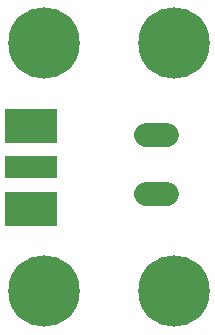
<source format=gbr>
G04 EAGLE Gerber RS-274X export*
G75*
%MOMM*%
%FSLAX34Y34*%
%LPD*%
%INSoldermask Top*%
%IPPOS*%
%AMOC8*
5,1,8,0,0,1.08239X$1,22.5*%
G01*
%ADD10R,4.394200X1.981200*%
%ADD11R,4.394200X2.870200*%
%ADD12C,1.993900*%
%ADD13C,6.045200*%


D10*
X33854Y150000D03*
D11*
X33854Y184946D03*
X33854Y115054D03*
D12*
X130747Y177400D02*
X148654Y177400D01*
X148654Y127400D02*
X130747Y127400D01*
D13*
X45000Y45000D03*
X45000Y255000D03*
X155000Y255000D03*
X155000Y45000D03*
M02*

</source>
